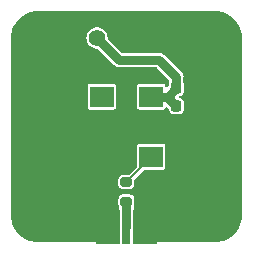
<source format=gbr>
%TF.GenerationSoftware,KiCad,Pcbnew,6.0.9+dfsg-1~bpo11+1*%
%TF.CreationDate,2022-11-28T20:30:37+01:00*%
%TF.ProjectId,018-crystal-oscillator,3031382d-6372-4797-9374-616c2d6f7363,1*%
%TF.SameCoordinates,Original*%
%TF.FileFunction,Copper,L1,Top*%
%TF.FilePolarity,Positive*%
%FSLAX46Y46*%
G04 Gerber Fmt 4.6, Leading zero omitted, Abs format (unit mm)*
G04 Created by KiCad (PCBNEW 6.0.9+dfsg-1~bpo11+1) date 2022-11-28 20:30:37*
%MOMM*%
%LPD*%
G01*
G04 APERTURE LIST*
G04 Aperture macros list*
%AMRoundRect*
0 Rectangle with rounded corners*
0 $1 Rounding radius*
0 $2 $3 $4 $5 $6 $7 $8 $9 X,Y pos of 4 corners*
0 Add a 4 corners polygon primitive as box body*
4,1,4,$2,$3,$4,$5,$6,$7,$8,$9,$2,$3,0*
0 Add four circle primitives for the rounded corners*
1,1,$1+$1,$2,$3*
1,1,$1+$1,$4,$5*
1,1,$1+$1,$6,$7*
1,1,$1+$1,$8,$9*
0 Add four rect primitives between the rounded corners*
20,1,$1+$1,$2,$3,$4,$5,0*
20,1,$1+$1,$4,$5,$6,$7,0*
20,1,$1+$1,$6,$7,$8,$9,0*
20,1,$1+$1,$8,$9,$2,$3,0*%
G04 Aperture macros list end*
%TA.AperFunction,SMDPad,CuDef*%
%ADD10RoundRect,0.200000X-0.275000X0.200000X-0.275000X-0.200000X0.275000X-0.200000X0.275000X0.200000X0*%
%TD*%
%TA.AperFunction,SMDPad,CuDef*%
%ADD11RoundRect,0.225000X-0.225000X-0.250000X0.225000X-0.250000X0.225000X0.250000X-0.225000X0.250000X0*%
%TD*%
%TA.AperFunction,SMDPad,CuDef*%
%ADD12R,2.000000X1.800000*%
%TD*%
%TA.AperFunction,ComponentPad*%
%ADD13C,3.400000*%
%TD*%
%TA.AperFunction,ComponentPad*%
%ADD14C,1.400000*%
%TD*%
%TA.AperFunction,SMDPad,CuDef*%
%ADD15R,0.800000X3.000000*%
%TD*%
%TA.AperFunction,ComponentPad*%
%ADD16C,0.800000*%
%TD*%
%TA.AperFunction,SMDPad,CuDef*%
%ADD17R,2.000000X3.000000*%
%TD*%
%TA.AperFunction,ViaPad*%
%ADD18C,0.800000*%
%TD*%
%TA.AperFunction,Conductor*%
%ADD19C,0.200000*%
%TD*%
%TA.AperFunction,Conductor*%
%ADD20C,0.800000*%
%TD*%
G04 APERTURE END LIST*
D10*
%TO.P,R1,1*%
%TO.N,Net-(X1-Pad3)*%
X159994600Y-89700600D03*
%TO.P,R1,2*%
%TO.N,Net-(J1-Pad1)*%
X159994600Y-91350600D03*
%TD*%
D11*
%TO.P,C1,1*%
%TO.N,/VCC*%
X164223400Y-83261200D03*
%TO.P,C1,2*%
%TO.N,GND*%
X165773400Y-83261200D03*
%TD*%
D12*
%TO.P,X1,1,EN*%
%TO.N,unconnected-(X1-Pad1)*%
X157900000Y-82460000D03*
%TO.P,X1,2,GND*%
%TO.N,GND*%
X157900000Y-87540000D03*
%TO.P,X1,3,Output*%
%TO.N,Net-(X1-Pad3)*%
X162100000Y-87540000D03*
%TO.P,X1,4,+Vs*%
%TO.N,/VCC*%
X162100000Y-82460000D03*
%TD*%
D11*
%TO.P,C2,1*%
%TO.N,/VCC*%
X164223400Y-81737200D03*
%TO.P,C2,2*%
%TO.N,GND*%
X165773400Y-81737200D03*
%TD*%
D13*
%TO.P,H1,1,1*%
%TO.N,GND*%
X152500000Y-77500000D03*
%TD*%
%TO.P,H2,1,1*%
%TO.N,GND*%
X152500000Y-92500000D03*
%TD*%
%TO.P,H4,1,1*%
%TO.N,GND*%
X167500000Y-77500000D03*
%TD*%
D14*
%TO.P,J4,1*%
%TO.N,/VCC*%
X157500000Y-77500000D03*
%TD*%
D13*
%TO.P,H3,1,1*%
%TO.N,GND*%
X167500000Y-92500000D03*
%TD*%
D15*
%TO.P,J1,1,Pin_1*%
%TO.N,Net-(J1-Pad1)*%
X160000000Y-93500000D03*
D16*
%TO.P,J1,2,Pin_2*%
%TO.N,GND*%
X158500000Y-93000000D03*
D17*
X161600000Y-93500000D03*
D16*
X161500000Y-93000000D03*
X161000000Y-92500000D03*
X159000000Y-93500000D03*
X161000000Y-93500000D03*
X161000000Y-94500000D03*
X158500000Y-94000000D03*
X159000000Y-92500000D03*
D17*
X158400000Y-93500000D03*
D16*
X159000000Y-94500000D03*
X161500000Y-94000000D03*
%TD*%
D18*
%TO.N,GND*%
X160000000Y-87500000D03*
X160000000Y-82500000D03*
X162500000Y-85000000D03*
X160000000Y-85000000D03*
X165785800Y-83261200D03*
X165785800Y-81737200D03*
X162500000Y-77500000D03*
X157500000Y-80000000D03*
X157500000Y-85000000D03*
X157500000Y-87500000D03*
X155000000Y-85000000D03*
X165000000Y-85000000D03*
X167500000Y-85000000D03*
X152500000Y-85000000D03*
X162500000Y-90000000D03*
X152500000Y-80000000D03*
X152500000Y-90000000D03*
X155000000Y-90000000D03*
X167500000Y-82500000D03*
X167500000Y-87500000D03*
X167500000Y-90000000D03*
X155000000Y-80000000D03*
X165000000Y-90000000D03*
X165000000Y-87500000D03*
X165000000Y-80000000D03*
X160000000Y-77500000D03*
X157500000Y-90000000D03*
X165000000Y-92500000D03*
X152500000Y-82500000D03*
X165000000Y-77500000D03*
X157500000Y-92500000D03*
X155000000Y-77500000D03*
X162500000Y-92500000D03*
X155000000Y-82500000D03*
X155000000Y-92500000D03*
X167500000Y-80000000D03*
X155000000Y-87500000D03*
X152500000Y-87500000D03*
%TD*%
D19*
%TO.N,Net-(X1-Pad3)*%
X162100000Y-87540000D02*
X162100000Y-87595200D01*
X162100000Y-87595200D02*
X159994600Y-89700600D01*
D20*
%TO.N,Net-(J1-Pad1)*%
X160000000Y-93500000D02*
X160000000Y-91356000D01*
X160000000Y-91356000D02*
X159994600Y-91350600D01*
%TO.N,/VCC*%
X164223400Y-80809800D02*
X162788600Y-79375000D01*
X164223400Y-81737200D02*
X164223400Y-80809800D01*
X162788600Y-79375000D02*
X159375000Y-79375000D01*
X159375000Y-79375000D02*
X157500000Y-77500000D01*
X162100000Y-82460000D02*
X163500600Y-82460000D01*
X163500600Y-82460000D02*
X164223400Y-81737200D01*
X162100000Y-82460000D02*
X163422200Y-82460000D01*
X163422200Y-82460000D02*
X164223400Y-83261200D01*
%TD*%
%TA.AperFunction,Conductor*%
%TO.N,GND*%
G36*
X167488169Y-75203018D02*
G01*
X167499641Y-75205656D01*
X167510517Y-75203195D01*
X167521664Y-75203214D01*
X167521664Y-75203243D01*
X167531772Y-75202422D01*
X167661986Y-75210298D01*
X167771204Y-75216905D01*
X167783056Y-75218344D01*
X168044422Y-75266241D01*
X168056015Y-75269098D01*
X168262244Y-75333361D01*
X168309695Y-75348148D01*
X168320873Y-75352387D01*
X168563170Y-75461436D01*
X168573756Y-75466992D01*
X168801142Y-75604452D01*
X168810980Y-75611243D01*
X169020132Y-75775103D01*
X169029081Y-75783030D01*
X169216970Y-75970919D01*
X169224897Y-75979868D01*
X169388757Y-76189020D01*
X169395548Y-76198858D01*
X169533008Y-76426244D01*
X169538564Y-76436830D01*
X169647613Y-76679127D01*
X169651852Y-76690305D01*
X169730900Y-76943977D01*
X169733759Y-76955578D01*
X169781655Y-77216936D01*
X169783095Y-77228796D01*
X169788113Y-77311744D01*
X169797547Y-77467712D01*
X169796724Y-77477628D01*
X169796862Y-77477628D01*
X169796842Y-77488776D01*
X169794344Y-77499641D01*
X169796804Y-77510513D01*
X169797059Y-77511638D01*
X169799500Y-77533488D01*
X169799500Y-92465983D01*
X169796982Y-92488169D01*
X169794344Y-92499641D01*
X169796805Y-92510517D01*
X169796786Y-92521664D01*
X169796757Y-92521664D01*
X169797578Y-92531772D01*
X169783096Y-92771197D01*
X169781656Y-92783056D01*
X169733761Y-93044415D01*
X169730900Y-93056023D01*
X169651852Y-93309695D01*
X169647613Y-93320873D01*
X169538564Y-93563170D01*
X169533008Y-93573756D01*
X169395548Y-93801142D01*
X169388757Y-93810980D01*
X169224897Y-94020132D01*
X169216970Y-94029081D01*
X169029081Y-94216970D01*
X169020132Y-94224897D01*
X168810980Y-94388757D01*
X168801142Y-94395548D01*
X168573756Y-94533008D01*
X168563170Y-94538564D01*
X168320873Y-94647613D01*
X168309695Y-94651852D01*
X168056015Y-94730902D01*
X168044422Y-94733759D01*
X167783056Y-94781656D01*
X167771204Y-94783095D01*
X167532288Y-94797547D01*
X167522372Y-94796724D01*
X167522372Y-94796862D01*
X167511224Y-94796842D01*
X167500359Y-94794344D01*
X167488359Y-94797059D01*
X167466512Y-94799500D01*
X160699500Y-94799500D01*
X160641309Y-94780593D01*
X160605345Y-94731093D01*
X160600500Y-94700500D01*
X160600500Y-91807117D01*
X160611290Y-91762172D01*
X160651710Y-91682844D01*
X160651710Y-91682843D01*
X160655246Y-91675904D01*
X160670100Y-91582119D01*
X160670099Y-91119082D01*
X160655246Y-91025296D01*
X160597650Y-90912258D01*
X160507942Y-90822550D01*
X160501005Y-90819015D01*
X160501003Y-90819014D01*
X160401844Y-90768490D01*
X160401843Y-90768490D01*
X160394904Y-90764954D01*
X160387210Y-90763735D01*
X160387209Y-90763735D01*
X160304965Y-90750709D01*
X160304963Y-90750709D01*
X160301119Y-90750100D01*
X160040452Y-90750100D01*
X160027531Y-90749253D01*
X160001034Y-90745765D01*
X159994600Y-90744918D01*
X159988167Y-90745765D01*
X159961667Y-90749254D01*
X159948744Y-90750101D01*
X159688082Y-90750101D01*
X159684239Y-90750710D01*
X159684234Y-90750710D01*
X159647383Y-90756547D01*
X159594296Y-90764954D01*
X159537777Y-90793752D01*
X159488197Y-90819014D01*
X159488195Y-90819015D01*
X159481258Y-90822550D01*
X159391550Y-90912258D01*
X159333954Y-91025296D01*
X159319100Y-91119081D01*
X159319101Y-91582118D01*
X159333954Y-91675904D01*
X159377910Y-91762172D01*
X159388710Y-91783368D01*
X159399500Y-91828313D01*
X159399500Y-94700500D01*
X159380593Y-94758691D01*
X159331093Y-94794655D01*
X159300500Y-94799500D01*
X152534017Y-94799500D01*
X152511831Y-94796982D01*
X152511801Y-94796975D01*
X152500359Y-94794344D01*
X152489483Y-94796805D01*
X152478336Y-94796786D01*
X152478336Y-94796757D01*
X152468228Y-94797578D01*
X152338014Y-94789702D01*
X152228796Y-94783095D01*
X152216944Y-94781656D01*
X151955578Y-94733759D01*
X151943985Y-94730902D01*
X151690305Y-94651852D01*
X151679127Y-94647613D01*
X151436830Y-94538564D01*
X151426244Y-94533008D01*
X151198858Y-94395548D01*
X151189020Y-94388757D01*
X150979868Y-94224897D01*
X150970919Y-94216970D01*
X150783030Y-94029081D01*
X150775103Y-94020132D01*
X150611243Y-93810980D01*
X150604452Y-93801142D01*
X150466992Y-93573756D01*
X150461436Y-93563170D01*
X150352387Y-93320873D01*
X150348148Y-93309695D01*
X150269100Y-93056023D01*
X150266239Y-93044415D01*
X150218344Y-92783056D01*
X150216904Y-92771197D01*
X150202469Y-92532548D01*
X150204207Y-92511810D01*
X150203747Y-92511757D01*
X150204389Y-92506179D01*
X150205655Y-92500718D01*
X150205656Y-92500000D01*
X150204412Y-92494545D01*
X150202980Y-92488266D01*
X150200500Y-92466248D01*
X150200500Y-89469081D01*
X159319100Y-89469081D01*
X159319101Y-89932118D01*
X159333954Y-90025904D01*
X159391550Y-90138942D01*
X159481258Y-90228650D01*
X159488195Y-90232185D01*
X159488197Y-90232186D01*
X159587356Y-90282710D01*
X159594296Y-90286246D01*
X159601990Y-90287465D01*
X159601991Y-90287465D01*
X159684235Y-90300491D01*
X159684237Y-90300491D01*
X159688081Y-90301100D01*
X159994560Y-90301100D01*
X160301118Y-90301099D01*
X160304961Y-90300490D01*
X160304966Y-90300490D01*
X160341817Y-90294653D01*
X160394904Y-90286246D01*
X160451423Y-90257448D01*
X160501003Y-90232186D01*
X160501005Y-90232185D01*
X160507942Y-90228650D01*
X160597650Y-90138942D01*
X160655246Y-90025904D01*
X160670100Y-89932119D01*
X160670099Y-89491080D01*
X160689006Y-89432889D01*
X160699095Y-89421076D01*
X161450676Y-88669496D01*
X161505193Y-88641719D01*
X161520680Y-88640500D01*
X163119748Y-88640500D01*
X163145995Y-88635279D01*
X163168666Y-88630770D01*
X163168668Y-88630769D01*
X163178231Y-88628867D01*
X163244552Y-88584552D01*
X163288867Y-88518231D01*
X163300500Y-88459748D01*
X163300500Y-86620252D01*
X163288867Y-86561769D01*
X163244552Y-86495448D01*
X163178231Y-86451133D01*
X163168668Y-86449231D01*
X163168666Y-86449230D01*
X163145995Y-86444721D01*
X163119748Y-86439500D01*
X161080252Y-86439500D01*
X161054005Y-86444721D01*
X161031334Y-86449230D01*
X161031332Y-86449231D01*
X161021769Y-86451133D01*
X160955448Y-86495448D01*
X160911133Y-86561769D01*
X160899500Y-86620252D01*
X160899500Y-88329721D01*
X160880593Y-88387912D01*
X160870504Y-88399725D01*
X160199125Y-89071104D01*
X160144608Y-89098881D01*
X160129121Y-89100100D01*
X159729886Y-89100101D01*
X159688082Y-89100101D01*
X159684239Y-89100710D01*
X159684234Y-89100710D01*
X159647383Y-89106547D01*
X159594296Y-89114954D01*
X159537777Y-89143752D01*
X159488197Y-89169014D01*
X159488195Y-89169015D01*
X159481258Y-89172550D01*
X159391550Y-89262258D01*
X159333954Y-89375296D01*
X159319100Y-89469081D01*
X150200500Y-89469081D01*
X150200500Y-83379748D01*
X156699500Y-83379748D01*
X156711133Y-83438231D01*
X156755448Y-83504552D01*
X156821769Y-83548867D01*
X156831332Y-83550769D01*
X156831334Y-83550770D01*
X156854005Y-83555279D01*
X156880252Y-83560500D01*
X158919748Y-83560500D01*
X158945995Y-83555279D01*
X158968666Y-83550770D01*
X158968668Y-83550769D01*
X158978231Y-83548867D01*
X159044552Y-83504552D01*
X159088867Y-83438231D01*
X159100500Y-83379748D01*
X159100500Y-81540252D01*
X159088867Y-81481769D01*
X159044552Y-81415448D01*
X158978231Y-81371133D01*
X158968668Y-81369231D01*
X158968666Y-81369230D01*
X158945995Y-81364721D01*
X158919748Y-81359500D01*
X156880252Y-81359500D01*
X156854005Y-81364721D01*
X156831334Y-81369230D01*
X156831332Y-81369231D01*
X156821769Y-81371133D01*
X156755448Y-81415448D01*
X156711133Y-81481769D01*
X156699500Y-81540252D01*
X156699500Y-83379748D01*
X150200500Y-83379748D01*
X150200500Y-77534281D01*
X150203057Y-77511926D01*
X150203141Y-77511565D01*
X150205655Y-77500718D01*
X150205656Y-77500000D01*
X156594540Y-77500000D01*
X156614326Y-77688256D01*
X156615927Y-77693183D01*
X156615928Y-77693188D01*
X156671219Y-77863354D01*
X156672821Y-77868284D01*
X156767467Y-78032216D01*
X156770939Y-78036072D01*
X156890659Y-78169035D01*
X156890663Y-78169038D01*
X156894129Y-78172888D01*
X157047270Y-78284151D01*
X157052002Y-78286258D01*
X157052004Y-78286259D01*
X157215460Y-78359035D01*
X157220197Y-78361144D01*
X157225267Y-78362222D01*
X157225268Y-78362222D01*
X157262610Y-78370159D01*
X157405354Y-78400500D01*
X157510257Y-78400500D01*
X157568448Y-78419407D01*
X157580261Y-78429496D01*
X158917964Y-79767199D01*
X158926502Y-79776936D01*
X158946718Y-79803282D01*
X159072159Y-79899536D01*
X159218238Y-79960044D01*
X159375000Y-79980682D01*
X159407928Y-79976347D01*
X159420849Y-79975500D01*
X162498857Y-79975500D01*
X162557048Y-79994407D01*
X162568861Y-80004496D01*
X163593904Y-81029539D01*
X163621681Y-81084056D01*
X163622900Y-81099543D01*
X163622900Y-81263147D01*
X163612110Y-81308091D01*
X163588681Y-81354074D01*
X163587462Y-81361768D01*
X163587462Y-81361769D01*
X163578960Y-81415448D01*
X163572900Y-81453712D01*
X163572900Y-81497457D01*
X163553993Y-81555648D01*
X163543904Y-81567461D01*
X163469504Y-81641861D01*
X163414987Y-81669638D01*
X163354555Y-81660067D01*
X163311290Y-81616802D01*
X163300500Y-81571857D01*
X163300500Y-81540252D01*
X163288867Y-81481769D01*
X163244552Y-81415448D01*
X163178231Y-81371133D01*
X163168668Y-81369231D01*
X163168666Y-81369230D01*
X163145995Y-81364721D01*
X163119748Y-81359500D01*
X161080252Y-81359500D01*
X161054005Y-81364721D01*
X161031334Y-81369230D01*
X161031332Y-81369231D01*
X161021769Y-81371133D01*
X160955448Y-81415448D01*
X160911133Y-81481769D01*
X160899500Y-81540252D01*
X160899500Y-83379748D01*
X160911133Y-83438231D01*
X160955448Y-83504552D01*
X161021769Y-83548867D01*
X161031332Y-83550769D01*
X161031334Y-83550770D01*
X161054005Y-83555279D01*
X161080252Y-83560500D01*
X163119748Y-83560500D01*
X163145995Y-83555279D01*
X163168666Y-83550770D01*
X163168668Y-83550769D01*
X163178231Y-83548867D01*
X163244552Y-83504552D01*
X163288867Y-83438231D01*
X163296256Y-83401084D01*
X163326152Y-83347699D01*
X163381717Y-83322083D01*
X163441727Y-83334020D01*
X163463358Y-83350393D01*
X163543904Y-83430939D01*
X163571681Y-83485456D01*
X163572900Y-83500943D01*
X163572900Y-83544688D01*
X163588681Y-83644326D01*
X163649872Y-83764420D01*
X163745180Y-83859728D01*
X163752117Y-83863263D01*
X163752119Y-83863264D01*
X163858334Y-83917383D01*
X163865274Y-83920919D01*
X163872968Y-83922138D01*
X163872969Y-83922138D01*
X163961066Y-83936091D01*
X163961068Y-83936091D01*
X163964912Y-83936700D01*
X164481888Y-83936700D01*
X164485732Y-83936091D01*
X164485734Y-83936091D01*
X164573831Y-83922138D01*
X164573832Y-83922138D01*
X164581526Y-83920919D01*
X164588466Y-83917383D01*
X164694681Y-83863264D01*
X164694683Y-83863263D01*
X164701620Y-83859728D01*
X164796928Y-83764420D01*
X164858119Y-83644326D01*
X164873900Y-83544688D01*
X164873900Y-82977712D01*
X164858119Y-82878074D01*
X164796928Y-82757980D01*
X164701620Y-82662672D01*
X164694683Y-82659137D01*
X164694681Y-82659136D01*
X164588466Y-82605017D01*
X164588465Y-82605017D01*
X164581526Y-82601481D01*
X164573832Y-82600262D01*
X164573831Y-82600262D01*
X164553114Y-82596981D01*
X164498597Y-82569204D01*
X164470820Y-82514687D01*
X164480391Y-82454255D01*
X164523656Y-82410990D01*
X164553114Y-82401419D01*
X164573831Y-82398138D01*
X164573832Y-82398138D01*
X164581526Y-82396919D01*
X164588466Y-82393383D01*
X164694681Y-82339264D01*
X164694683Y-82339263D01*
X164701620Y-82335728D01*
X164796928Y-82240420D01*
X164858119Y-82120326D01*
X164873900Y-82020688D01*
X164873900Y-81453712D01*
X164867840Y-81415448D01*
X164859338Y-81361769D01*
X164859338Y-81361768D01*
X164858119Y-81354074D01*
X164834690Y-81308091D01*
X164823900Y-81263147D01*
X164823900Y-80855649D01*
X164824747Y-80842727D01*
X164828235Y-80816233D01*
X164829082Y-80809800D01*
X164808444Y-80653038D01*
X164747936Y-80506959D01*
X164743990Y-80501817D01*
X164743988Y-80501813D01*
X164675850Y-80413015D01*
X164675849Y-80413013D01*
X164655633Y-80386666D01*
X164655629Y-80386662D01*
X164651682Y-80381518D01*
X164625336Y-80361302D01*
X164615599Y-80352764D01*
X163245638Y-78982803D01*
X163237099Y-78973065D01*
X163220833Y-78951866D01*
X163220829Y-78951862D01*
X163216882Y-78946718D01*
X163091441Y-78850464D01*
X162945362Y-78789956D01*
X162827961Y-78774500D01*
X162795034Y-78770165D01*
X162788600Y-78769318D01*
X162755673Y-78773653D01*
X162742751Y-78774500D01*
X159664743Y-78774500D01*
X159606552Y-78755593D01*
X159594739Y-78745504D01*
X158433502Y-77584267D01*
X158405725Y-77529750D01*
X158405218Y-77510347D01*
X158404918Y-77510347D01*
X158404918Y-77505157D01*
X158405460Y-77500000D01*
X158385674Y-77311744D01*
X158384073Y-77306817D01*
X158384072Y-77306812D01*
X158328781Y-77136646D01*
X158328780Y-77136645D01*
X158327179Y-77131716D01*
X158232533Y-76967784D01*
X158169821Y-76898135D01*
X158109341Y-76830965D01*
X158109337Y-76830962D01*
X158105871Y-76827112D01*
X157952730Y-76715849D01*
X157947998Y-76713742D01*
X157947996Y-76713741D01*
X157784540Y-76640965D01*
X157784539Y-76640965D01*
X157779803Y-76638856D01*
X157774733Y-76637778D01*
X157774732Y-76637778D01*
X157737390Y-76629841D01*
X157594646Y-76599500D01*
X157405354Y-76599500D01*
X157262610Y-76629841D01*
X157225268Y-76637778D01*
X157225267Y-76637778D01*
X157220197Y-76638856D01*
X157215461Y-76640965D01*
X157215460Y-76640965D01*
X157052004Y-76713741D01*
X157052002Y-76713742D01*
X157047270Y-76715849D01*
X156894129Y-76827112D01*
X156890663Y-76830962D01*
X156890659Y-76830965D01*
X156830179Y-76898135D01*
X156767467Y-76967784D01*
X156672821Y-77131716D01*
X156671220Y-77136645D01*
X156671219Y-77136646D01*
X156615928Y-77306812D01*
X156615927Y-77306817D01*
X156614326Y-77311744D01*
X156594540Y-77500000D01*
X150205656Y-77500000D01*
X150204413Y-77494549D01*
X150203791Y-77488995D01*
X150204159Y-77488954D01*
X150202438Y-77467973D01*
X150209909Y-77344459D01*
X150216905Y-77228797D01*
X150218345Y-77216936D01*
X150266241Y-76955578D01*
X150269100Y-76943977D01*
X150348148Y-76690305D01*
X150352387Y-76679127D01*
X150461436Y-76436830D01*
X150466992Y-76426244D01*
X150604452Y-76198858D01*
X150611243Y-76189020D01*
X150775103Y-75979868D01*
X150783030Y-75970919D01*
X150970919Y-75783030D01*
X150979868Y-75775103D01*
X151189020Y-75611243D01*
X151198858Y-75604452D01*
X151426244Y-75466992D01*
X151436830Y-75461436D01*
X151679127Y-75352387D01*
X151690305Y-75348148D01*
X151737756Y-75333361D01*
X151943985Y-75269098D01*
X151955578Y-75266241D01*
X152216944Y-75218344D01*
X152228796Y-75216905D01*
X152467712Y-75202453D01*
X152477628Y-75203276D01*
X152477628Y-75203138D01*
X152488776Y-75203158D01*
X152499641Y-75205656D01*
X152511641Y-75202941D01*
X152533488Y-75200500D01*
X167465983Y-75200500D01*
X167488169Y-75203018D01*
G37*
%TD.AperFunction*%
%TD*%
M02*

</source>
